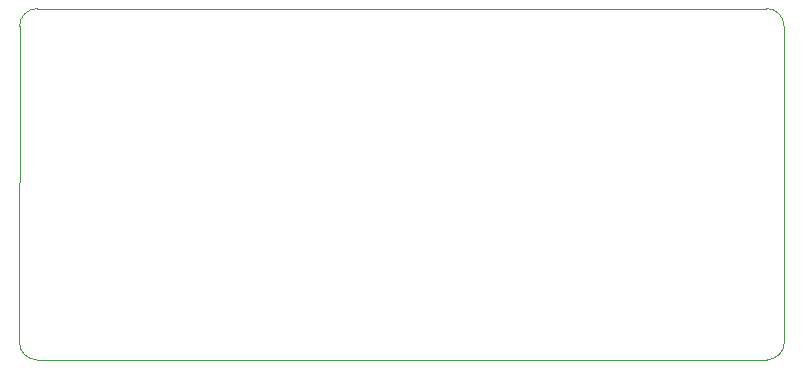
<source format=gbr>
%TF.GenerationSoftware,KiCad,Pcbnew,9.0.1*%
%TF.CreationDate,2025-04-15T21:25:17-04:00*%
%TF.ProjectId,psocpcb,70736f63-7063-4622-9e6b-696361645f70,rev?*%
%TF.SameCoordinates,Original*%
%TF.FileFunction,Profile,NP*%
%FSLAX46Y46*%
G04 Gerber Fmt 4.6, Leading zero omitted, Abs format (unit mm)*
G04 Created by KiCad (PCBNEW 9.0.1) date 2025-04-15 21:25:17*
%MOMM*%
%LPD*%
G01*
G04 APERTURE LIST*
%TA.AperFunction,Profile*%
%ADD10C,0.050000*%
%TD*%
%ADD11C,0.050000*%
G04 APERTURE END LIST*
D10*
X136990000Y-48490000D02*
X137010000Y-75250000D01*
X72260000Y-48500000D02*
G75*
G02*
X73750000Y-47010000I1490000J0D01*
G01*
X73750000Y-47010000D02*
X135500000Y-47000000D01*
X137010000Y-75250000D02*
G75*
G02*
X135520000Y-76740000I-1490000J0D01*
G01*
D11*
X137000000Y-74500000D02*
X137000000Y-74500000D01*
D10*
X135520000Y-76740000D02*
X73740000Y-76750000D01*
X72250000Y-75260000D02*
X72260000Y-48500000D01*
X73740000Y-76750000D02*
G75*
G02*
X72250000Y-75260000I0J1490000D01*
G01*
X135500000Y-47000000D02*
G75*
G02*
X136990000Y-48490000I0J-1490000D01*
G01*
M02*

</source>
